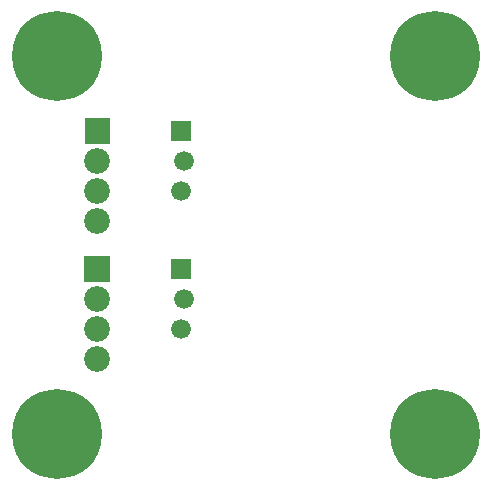
<source format=gbr>
G04 start of page 7 for group -4062 idx -4062 *
G04 Title: (unknown), soldermask *
G04 Creator: pcb 20140316 *
G04 CreationDate: Tue 26 Feb 2019 04:37:41 AM GMT UTC *
G04 For: railfan *
G04 Format: Gerber/RS-274X *
G04 PCB-Dimensions (mil): 1600.00 1600.00 *
G04 PCB-Coordinate-Origin: lower left *
%MOIN*%
%FSLAX25Y25*%
%LNBOTTOMMASK*%
%ADD56C,0.0860*%
%ADD55C,0.0660*%
%ADD54C,0.0001*%
%ADD53C,0.2997*%
G54D53*X143000Y17000D03*
G54D54*G36*
X26200Y76300D02*Y67700D01*
X34800D01*
Y76300D01*
X26200D01*
G37*
G54D53*X17000Y17000D03*
G54D54*G36*
X55200Y75300D02*Y68700D01*
X61800D01*
Y75300D01*
X55200D01*
G37*
G54D55*X59500Y62000D03*
X58500Y52000D03*
G54D56*X30500Y62000D03*
Y52000D03*
Y42000D03*
G54D53*X17000Y143000D03*
G54D54*G36*
X55200Y121300D02*Y114700D01*
X61800D01*
Y121300D01*
X55200D01*
G37*
G54D53*X143000Y143000D03*
G54D55*X59500Y108000D03*
X58500Y98000D03*
G54D54*G36*
X26300Y122500D02*Y113900D01*
X34900D01*
Y122500D01*
X26300D01*
G37*
G54D56*X30600Y108200D03*
Y98200D03*
Y88200D03*
M02*

</source>
